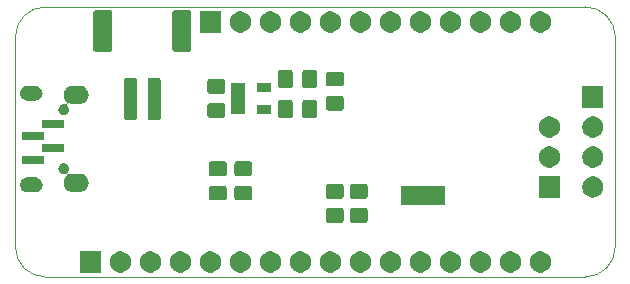
<source format=gbr>
G04 #@! TF.GenerationSoftware,KiCad,Pcbnew,(5.1.5)-2*
G04 #@! TF.CreationDate,2020-08-19T20:36:14+04:00*
G04 #@! TF.ProjectId,stm32f103_feather,73746d33-3266-4313-9033-5f6665617468,rev?*
G04 #@! TF.SameCoordinates,Original*
G04 #@! TF.FileFunction,Soldermask,Bot*
G04 #@! TF.FilePolarity,Negative*
%FSLAX46Y46*%
G04 Gerber Fmt 4.6, Leading zero omitted, Abs format (unit mm)*
G04 Created by KiCad (PCBNEW (5.1.5)-2) date 2020-08-19 20:36:14*
%MOMM*%
%LPD*%
G04 APERTURE LIST*
G04 #@! TA.AperFunction,Profile*
%ADD10C,0.050000*%
G04 #@! TD*
%ADD11C,0.150000*%
G04 APERTURE END LIST*
D10*
X175260000Y-76200000D02*
X129540000Y-76200000D01*
X177800000Y-96520000D02*
X177800000Y-78740000D01*
X129540000Y-99060000D02*
X175260000Y-99060000D01*
X127000000Y-78740000D02*
X127000000Y-96520000D01*
X175260000Y-76200000D02*
G75*
G02X177800000Y-78740000I0J-2540000D01*
G01*
X177800000Y-96520000D02*
G75*
G02X175260000Y-99060000I-2540000J0D01*
G01*
X129540000Y-99060000D02*
G75*
G02X127000000Y-96520000I0J2540000D01*
G01*
X127000000Y-78740000D02*
G75*
G02X129540000Y-76200000I2540000J0D01*
G01*
D11*
G36*
X171563512Y-96893927D02*
G01*
X171712812Y-96923624D01*
X171876784Y-96991544D01*
X172024354Y-97090147D01*
X172149853Y-97215646D01*
X172248456Y-97363216D01*
X172316376Y-97527188D01*
X172351000Y-97701259D01*
X172351000Y-97878741D01*
X172316376Y-98052812D01*
X172248456Y-98216784D01*
X172149853Y-98364354D01*
X172024354Y-98489853D01*
X171876784Y-98588456D01*
X171712812Y-98656376D01*
X171563512Y-98686073D01*
X171538742Y-98691000D01*
X171361258Y-98691000D01*
X171336488Y-98686073D01*
X171187188Y-98656376D01*
X171023216Y-98588456D01*
X170875646Y-98489853D01*
X170750147Y-98364354D01*
X170651544Y-98216784D01*
X170583624Y-98052812D01*
X170549000Y-97878741D01*
X170549000Y-97701259D01*
X170583624Y-97527188D01*
X170651544Y-97363216D01*
X170750147Y-97215646D01*
X170875646Y-97090147D01*
X171023216Y-96991544D01*
X171187188Y-96923624D01*
X171336488Y-96893927D01*
X171361258Y-96889000D01*
X171538742Y-96889000D01*
X171563512Y-96893927D01*
G37*
G36*
X151243512Y-96893927D02*
G01*
X151392812Y-96923624D01*
X151556784Y-96991544D01*
X151704354Y-97090147D01*
X151829853Y-97215646D01*
X151928456Y-97363216D01*
X151996376Y-97527188D01*
X152031000Y-97701259D01*
X152031000Y-97878741D01*
X151996376Y-98052812D01*
X151928456Y-98216784D01*
X151829853Y-98364354D01*
X151704354Y-98489853D01*
X151556784Y-98588456D01*
X151392812Y-98656376D01*
X151243512Y-98686073D01*
X151218742Y-98691000D01*
X151041258Y-98691000D01*
X151016488Y-98686073D01*
X150867188Y-98656376D01*
X150703216Y-98588456D01*
X150555646Y-98489853D01*
X150430147Y-98364354D01*
X150331544Y-98216784D01*
X150263624Y-98052812D01*
X150229000Y-97878741D01*
X150229000Y-97701259D01*
X150263624Y-97527188D01*
X150331544Y-97363216D01*
X150430147Y-97215646D01*
X150555646Y-97090147D01*
X150703216Y-96991544D01*
X150867188Y-96923624D01*
X151016488Y-96893927D01*
X151041258Y-96889000D01*
X151218742Y-96889000D01*
X151243512Y-96893927D01*
G37*
G36*
X134251000Y-98691000D02*
G01*
X132449000Y-98691000D01*
X132449000Y-96889000D01*
X134251000Y-96889000D01*
X134251000Y-98691000D01*
G37*
G36*
X136003512Y-96893927D02*
G01*
X136152812Y-96923624D01*
X136316784Y-96991544D01*
X136464354Y-97090147D01*
X136589853Y-97215646D01*
X136688456Y-97363216D01*
X136756376Y-97527188D01*
X136791000Y-97701259D01*
X136791000Y-97878741D01*
X136756376Y-98052812D01*
X136688456Y-98216784D01*
X136589853Y-98364354D01*
X136464354Y-98489853D01*
X136316784Y-98588456D01*
X136152812Y-98656376D01*
X136003512Y-98686073D01*
X135978742Y-98691000D01*
X135801258Y-98691000D01*
X135776488Y-98686073D01*
X135627188Y-98656376D01*
X135463216Y-98588456D01*
X135315646Y-98489853D01*
X135190147Y-98364354D01*
X135091544Y-98216784D01*
X135023624Y-98052812D01*
X134989000Y-97878741D01*
X134989000Y-97701259D01*
X135023624Y-97527188D01*
X135091544Y-97363216D01*
X135190147Y-97215646D01*
X135315646Y-97090147D01*
X135463216Y-96991544D01*
X135627188Y-96923624D01*
X135776488Y-96893927D01*
X135801258Y-96889000D01*
X135978742Y-96889000D01*
X136003512Y-96893927D01*
G37*
G36*
X138543512Y-96893927D02*
G01*
X138692812Y-96923624D01*
X138856784Y-96991544D01*
X139004354Y-97090147D01*
X139129853Y-97215646D01*
X139228456Y-97363216D01*
X139296376Y-97527188D01*
X139331000Y-97701259D01*
X139331000Y-97878741D01*
X139296376Y-98052812D01*
X139228456Y-98216784D01*
X139129853Y-98364354D01*
X139004354Y-98489853D01*
X138856784Y-98588456D01*
X138692812Y-98656376D01*
X138543512Y-98686073D01*
X138518742Y-98691000D01*
X138341258Y-98691000D01*
X138316488Y-98686073D01*
X138167188Y-98656376D01*
X138003216Y-98588456D01*
X137855646Y-98489853D01*
X137730147Y-98364354D01*
X137631544Y-98216784D01*
X137563624Y-98052812D01*
X137529000Y-97878741D01*
X137529000Y-97701259D01*
X137563624Y-97527188D01*
X137631544Y-97363216D01*
X137730147Y-97215646D01*
X137855646Y-97090147D01*
X138003216Y-96991544D01*
X138167188Y-96923624D01*
X138316488Y-96893927D01*
X138341258Y-96889000D01*
X138518742Y-96889000D01*
X138543512Y-96893927D01*
G37*
G36*
X141083512Y-96893927D02*
G01*
X141232812Y-96923624D01*
X141396784Y-96991544D01*
X141544354Y-97090147D01*
X141669853Y-97215646D01*
X141768456Y-97363216D01*
X141836376Y-97527188D01*
X141871000Y-97701259D01*
X141871000Y-97878741D01*
X141836376Y-98052812D01*
X141768456Y-98216784D01*
X141669853Y-98364354D01*
X141544354Y-98489853D01*
X141396784Y-98588456D01*
X141232812Y-98656376D01*
X141083512Y-98686073D01*
X141058742Y-98691000D01*
X140881258Y-98691000D01*
X140856488Y-98686073D01*
X140707188Y-98656376D01*
X140543216Y-98588456D01*
X140395646Y-98489853D01*
X140270147Y-98364354D01*
X140171544Y-98216784D01*
X140103624Y-98052812D01*
X140069000Y-97878741D01*
X140069000Y-97701259D01*
X140103624Y-97527188D01*
X140171544Y-97363216D01*
X140270147Y-97215646D01*
X140395646Y-97090147D01*
X140543216Y-96991544D01*
X140707188Y-96923624D01*
X140856488Y-96893927D01*
X140881258Y-96889000D01*
X141058742Y-96889000D01*
X141083512Y-96893927D01*
G37*
G36*
X143623512Y-96893927D02*
G01*
X143772812Y-96923624D01*
X143936784Y-96991544D01*
X144084354Y-97090147D01*
X144209853Y-97215646D01*
X144308456Y-97363216D01*
X144376376Y-97527188D01*
X144411000Y-97701259D01*
X144411000Y-97878741D01*
X144376376Y-98052812D01*
X144308456Y-98216784D01*
X144209853Y-98364354D01*
X144084354Y-98489853D01*
X143936784Y-98588456D01*
X143772812Y-98656376D01*
X143623512Y-98686073D01*
X143598742Y-98691000D01*
X143421258Y-98691000D01*
X143396488Y-98686073D01*
X143247188Y-98656376D01*
X143083216Y-98588456D01*
X142935646Y-98489853D01*
X142810147Y-98364354D01*
X142711544Y-98216784D01*
X142643624Y-98052812D01*
X142609000Y-97878741D01*
X142609000Y-97701259D01*
X142643624Y-97527188D01*
X142711544Y-97363216D01*
X142810147Y-97215646D01*
X142935646Y-97090147D01*
X143083216Y-96991544D01*
X143247188Y-96923624D01*
X143396488Y-96893927D01*
X143421258Y-96889000D01*
X143598742Y-96889000D01*
X143623512Y-96893927D01*
G37*
G36*
X146163512Y-96893927D02*
G01*
X146312812Y-96923624D01*
X146476784Y-96991544D01*
X146624354Y-97090147D01*
X146749853Y-97215646D01*
X146848456Y-97363216D01*
X146916376Y-97527188D01*
X146951000Y-97701259D01*
X146951000Y-97878741D01*
X146916376Y-98052812D01*
X146848456Y-98216784D01*
X146749853Y-98364354D01*
X146624354Y-98489853D01*
X146476784Y-98588456D01*
X146312812Y-98656376D01*
X146163512Y-98686073D01*
X146138742Y-98691000D01*
X145961258Y-98691000D01*
X145936488Y-98686073D01*
X145787188Y-98656376D01*
X145623216Y-98588456D01*
X145475646Y-98489853D01*
X145350147Y-98364354D01*
X145251544Y-98216784D01*
X145183624Y-98052812D01*
X145149000Y-97878741D01*
X145149000Y-97701259D01*
X145183624Y-97527188D01*
X145251544Y-97363216D01*
X145350147Y-97215646D01*
X145475646Y-97090147D01*
X145623216Y-96991544D01*
X145787188Y-96923624D01*
X145936488Y-96893927D01*
X145961258Y-96889000D01*
X146138742Y-96889000D01*
X146163512Y-96893927D01*
G37*
G36*
X148703512Y-96893927D02*
G01*
X148852812Y-96923624D01*
X149016784Y-96991544D01*
X149164354Y-97090147D01*
X149289853Y-97215646D01*
X149388456Y-97363216D01*
X149456376Y-97527188D01*
X149491000Y-97701259D01*
X149491000Y-97878741D01*
X149456376Y-98052812D01*
X149388456Y-98216784D01*
X149289853Y-98364354D01*
X149164354Y-98489853D01*
X149016784Y-98588456D01*
X148852812Y-98656376D01*
X148703512Y-98686073D01*
X148678742Y-98691000D01*
X148501258Y-98691000D01*
X148476488Y-98686073D01*
X148327188Y-98656376D01*
X148163216Y-98588456D01*
X148015646Y-98489853D01*
X147890147Y-98364354D01*
X147791544Y-98216784D01*
X147723624Y-98052812D01*
X147689000Y-97878741D01*
X147689000Y-97701259D01*
X147723624Y-97527188D01*
X147791544Y-97363216D01*
X147890147Y-97215646D01*
X148015646Y-97090147D01*
X148163216Y-96991544D01*
X148327188Y-96923624D01*
X148476488Y-96893927D01*
X148501258Y-96889000D01*
X148678742Y-96889000D01*
X148703512Y-96893927D01*
G37*
G36*
X156323512Y-96893927D02*
G01*
X156472812Y-96923624D01*
X156636784Y-96991544D01*
X156784354Y-97090147D01*
X156909853Y-97215646D01*
X157008456Y-97363216D01*
X157076376Y-97527188D01*
X157111000Y-97701259D01*
X157111000Y-97878741D01*
X157076376Y-98052812D01*
X157008456Y-98216784D01*
X156909853Y-98364354D01*
X156784354Y-98489853D01*
X156636784Y-98588456D01*
X156472812Y-98656376D01*
X156323512Y-98686073D01*
X156298742Y-98691000D01*
X156121258Y-98691000D01*
X156096488Y-98686073D01*
X155947188Y-98656376D01*
X155783216Y-98588456D01*
X155635646Y-98489853D01*
X155510147Y-98364354D01*
X155411544Y-98216784D01*
X155343624Y-98052812D01*
X155309000Y-97878741D01*
X155309000Y-97701259D01*
X155343624Y-97527188D01*
X155411544Y-97363216D01*
X155510147Y-97215646D01*
X155635646Y-97090147D01*
X155783216Y-96991544D01*
X155947188Y-96923624D01*
X156096488Y-96893927D01*
X156121258Y-96889000D01*
X156298742Y-96889000D01*
X156323512Y-96893927D01*
G37*
G36*
X158863512Y-96893927D02*
G01*
X159012812Y-96923624D01*
X159176784Y-96991544D01*
X159324354Y-97090147D01*
X159449853Y-97215646D01*
X159548456Y-97363216D01*
X159616376Y-97527188D01*
X159651000Y-97701259D01*
X159651000Y-97878741D01*
X159616376Y-98052812D01*
X159548456Y-98216784D01*
X159449853Y-98364354D01*
X159324354Y-98489853D01*
X159176784Y-98588456D01*
X159012812Y-98656376D01*
X158863512Y-98686073D01*
X158838742Y-98691000D01*
X158661258Y-98691000D01*
X158636488Y-98686073D01*
X158487188Y-98656376D01*
X158323216Y-98588456D01*
X158175646Y-98489853D01*
X158050147Y-98364354D01*
X157951544Y-98216784D01*
X157883624Y-98052812D01*
X157849000Y-97878741D01*
X157849000Y-97701259D01*
X157883624Y-97527188D01*
X157951544Y-97363216D01*
X158050147Y-97215646D01*
X158175646Y-97090147D01*
X158323216Y-96991544D01*
X158487188Y-96923624D01*
X158636488Y-96893927D01*
X158661258Y-96889000D01*
X158838742Y-96889000D01*
X158863512Y-96893927D01*
G37*
G36*
X161403512Y-96893927D02*
G01*
X161552812Y-96923624D01*
X161716784Y-96991544D01*
X161864354Y-97090147D01*
X161989853Y-97215646D01*
X162088456Y-97363216D01*
X162156376Y-97527188D01*
X162191000Y-97701259D01*
X162191000Y-97878741D01*
X162156376Y-98052812D01*
X162088456Y-98216784D01*
X161989853Y-98364354D01*
X161864354Y-98489853D01*
X161716784Y-98588456D01*
X161552812Y-98656376D01*
X161403512Y-98686073D01*
X161378742Y-98691000D01*
X161201258Y-98691000D01*
X161176488Y-98686073D01*
X161027188Y-98656376D01*
X160863216Y-98588456D01*
X160715646Y-98489853D01*
X160590147Y-98364354D01*
X160491544Y-98216784D01*
X160423624Y-98052812D01*
X160389000Y-97878741D01*
X160389000Y-97701259D01*
X160423624Y-97527188D01*
X160491544Y-97363216D01*
X160590147Y-97215646D01*
X160715646Y-97090147D01*
X160863216Y-96991544D01*
X161027188Y-96923624D01*
X161176488Y-96893927D01*
X161201258Y-96889000D01*
X161378742Y-96889000D01*
X161403512Y-96893927D01*
G37*
G36*
X163943512Y-96893927D02*
G01*
X164092812Y-96923624D01*
X164256784Y-96991544D01*
X164404354Y-97090147D01*
X164529853Y-97215646D01*
X164628456Y-97363216D01*
X164696376Y-97527188D01*
X164731000Y-97701259D01*
X164731000Y-97878741D01*
X164696376Y-98052812D01*
X164628456Y-98216784D01*
X164529853Y-98364354D01*
X164404354Y-98489853D01*
X164256784Y-98588456D01*
X164092812Y-98656376D01*
X163943512Y-98686073D01*
X163918742Y-98691000D01*
X163741258Y-98691000D01*
X163716488Y-98686073D01*
X163567188Y-98656376D01*
X163403216Y-98588456D01*
X163255646Y-98489853D01*
X163130147Y-98364354D01*
X163031544Y-98216784D01*
X162963624Y-98052812D01*
X162929000Y-97878741D01*
X162929000Y-97701259D01*
X162963624Y-97527188D01*
X163031544Y-97363216D01*
X163130147Y-97215646D01*
X163255646Y-97090147D01*
X163403216Y-96991544D01*
X163567188Y-96923624D01*
X163716488Y-96893927D01*
X163741258Y-96889000D01*
X163918742Y-96889000D01*
X163943512Y-96893927D01*
G37*
G36*
X166483512Y-96893927D02*
G01*
X166632812Y-96923624D01*
X166796784Y-96991544D01*
X166944354Y-97090147D01*
X167069853Y-97215646D01*
X167168456Y-97363216D01*
X167236376Y-97527188D01*
X167271000Y-97701259D01*
X167271000Y-97878741D01*
X167236376Y-98052812D01*
X167168456Y-98216784D01*
X167069853Y-98364354D01*
X166944354Y-98489853D01*
X166796784Y-98588456D01*
X166632812Y-98656376D01*
X166483512Y-98686073D01*
X166458742Y-98691000D01*
X166281258Y-98691000D01*
X166256488Y-98686073D01*
X166107188Y-98656376D01*
X165943216Y-98588456D01*
X165795646Y-98489853D01*
X165670147Y-98364354D01*
X165571544Y-98216784D01*
X165503624Y-98052812D01*
X165469000Y-97878741D01*
X165469000Y-97701259D01*
X165503624Y-97527188D01*
X165571544Y-97363216D01*
X165670147Y-97215646D01*
X165795646Y-97090147D01*
X165943216Y-96991544D01*
X166107188Y-96923624D01*
X166256488Y-96893927D01*
X166281258Y-96889000D01*
X166458742Y-96889000D01*
X166483512Y-96893927D01*
G37*
G36*
X169023512Y-96893927D02*
G01*
X169172812Y-96923624D01*
X169336784Y-96991544D01*
X169484354Y-97090147D01*
X169609853Y-97215646D01*
X169708456Y-97363216D01*
X169776376Y-97527188D01*
X169811000Y-97701259D01*
X169811000Y-97878741D01*
X169776376Y-98052812D01*
X169708456Y-98216784D01*
X169609853Y-98364354D01*
X169484354Y-98489853D01*
X169336784Y-98588456D01*
X169172812Y-98656376D01*
X169023512Y-98686073D01*
X168998742Y-98691000D01*
X168821258Y-98691000D01*
X168796488Y-98686073D01*
X168647188Y-98656376D01*
X168483216Y-98588456D01*
X168335646Y-98489853D01*
X168210147Y-98364354D01*
X168111544Y-98216784D01*
X168043624Y-98052812D01*
X168009000Y-97878741D01*
X168009000Y-97701259D01*
X168043624Y-97527188D01*
X168111544Y-97363216D01*
X168210147Y-97215646D01*
X168335646Y-97090147D01*
X168483216Y-96991544D01*
X168647188Y-96923624D01*
X168796488Y-96893927D01*
X168821258Y-96889000D01*
X168998742Y-96889000D01*
X169023512Y-96893927D01*
G37*
G36*
X153783512Y-96893927D02*
G01*
X153932812Y-96923624D01*
X154096784Y-96991544D01*
X154244354Y-97090147D01*
X154369853Y-97215646D01*
X154468456Y-97363216D01*
X154536376Y-97527188D01*
X154571000Y-97701259D01*
X154571000Y-97878741D01*
X154536376Y-98052812D01*
X154468456Y-98216784D01*
X154369853Y-98364354D01*
X154244354Y-98489853D01*
X154096784Y-98588456D01*
X153932812Y-98656376D01*
X153783512Y-98686073D01*
X153758742Y-98691000D01*
X153581258Y-98691000D01*
X153556488Y-98686073D01*
X153407188Y-98656376D01*
X153243216Y-98588456D01*
X153095646Y-98489853D01*
X152970147Y-98364354D01*
X152871544Y-98216784D01*
X152803624Y-98052812D01*
X152769000Y-97878741D01*
X152769000Y-97701259D01*
X152803624Y-97527188D01*
X152871544Y-97363216D01*
X152970147Y-97215646D01*
X153095646Y-97090147D01*
X153243216Y-96991544D01*
X153407188Y-96923624D01*
X153556488Y-96893927D01*
X153581258Y-96889000D01*
X153758742Y-96889000D01*
X153783512Y-96893927D01*
G37*
G36*
X154639674Y-93226465D02*
G01*
X154677367Y-93237899D01*
X154712103Y-93256466D01*
X154742548Y-93281452D01*
X154767534Y-93311897D01*
X154786101Y-93346633D01*
X154797535Y-93384326D01*
X154802000Y-93429661D01*
X154802000Y-94266339D01*
X154797535Y-94311674D01*
X154786101Y-94349367D01*
X154767534Y-94384103D01*
X154742548Y-94414548D01*
X154712103Y-94439534D01*
X154677367Y-94458101D01*
X154639674Y-94469535D01*
X154594339Y-94474000D01*
X153507661Y-94474000D01*
X153462326Y-94469535D01*
X153424633Y-94458101D01*
X153389897Y-94439534D01*
X153359452Y-94414548D01*
X153334466Y-94384103D01*
X153315899Y-94349367D01*
X153304465Y-94311674D01*
X153300000Y-94266339D01*
X153300000Y-93429661D01*
X153304465Y-93384326D01*
X153315899Y-93346633D01*
X153334466Y-93311897D01*
X153359452Y-93281452D01*
X153389897Y-93256466D01*
X153424633Y-93237899D01*
X153462326Y-93226465D01*
X153507661Y-93222000D01*
X154594339Y-93222000D01*
X154639674Y-93226465D01*
G37*
G36*
X156671674Y-93226465D02*
G01*
X156709367Y-93237899D01*
X156744103Y-93256466D01*
X156774548Y-93281452D01*
X156799534Y-93311897D01*
X156818101Y-93346633D01*
X156829535Y-93384326D01*
X156834000Y-93429661D01*
X156834000Y-94266339D01*
X156829535Y-94311674D01*
X156818101Y-94349367D01*
X156799534Y-94384103D01*
X156774548Y-94414548D01*
X156744103Y-94439534D01*
X156709367Y-94458101D01*
X156671674Y-94469535D01*
X156626339Y-94474000D01*
X155539661Y-94474000D01*
X155494326Y-94469535D01*
X155456633Y-94458101D01*
X155421897Y-94439534D01*
X155391452Y-94414548D01*
X155366466Y-94384103D01*
X155347899Y-94349367D01*
X155336465Y-94311674D01*
X155332000Y-94266339D01*
X155332000Y-93429661D01*
X155336465Y-93384326D01*
X155347899Y-93346633D01*
X155366466Y-93311897D01*
X155391452Y-93281452D01*
X155421897Y-93256466D01*
X155456633Y-93237899D01*
X155494326Y-93226465D01*
X155539661Y-93222000D01*
X156626339Y-93222000D01*
X156671674Y-93226465D01*
G37*
G36*
X163395000Y-93003000D02*
G01*
X159693000Y-93003000D01*
X159693000Y-91401000D01*
X163395000Y-91401000D01*
X163395000Y-93003000D01*
G37*
G36*
X144733674Y-91335465D02*
G01*
X144771367Y-91346899D01*
X144806103Y-91365466D01*
X144836548Y-91390452D01*
X144861534Y-91420897D01*
X144880101Y-91455633D01*
X144891535Y-91493326D01*
X144896000Y-91538661D01*
X144896000Y-92375339D01*
X144891535Y-92420674D01*
X144880101Y-92458367D01*
X144861534Y-92493103D01*
X144836548Y-92523548D01*
X144806103Y-92548534D01*
X144771367Y-92567101D01*
X144733674Y-92578535D01*
X144688339Y-92583000D01*
X143601661Y-92583000D01*
X143556326Y-92578535D01*
X143518633Y-92567101D01*
X143483897Y-92548534D01*
X143453452Y-92523548D01*
X143428466Y-92493103D01*
X143409899Y-92458367D01*
X143398465Y-92420674D01*
X143394000Y-92375339D01*
X143394000Y-91538661D01*
X143398465Y-91493326D01*
X143409899Y-91455633D01*
X143428466Y-91420897D01*
X143453452Y-91390452D01*
X143483897Y-91365466D01*
X143518633Y-91346899D01*
X143556326Y-91335465D01*
X143601661Y-91331000D01*
X144688339Y-91331000D01*
X144733674Y-91335465D01*
G37*
G36*
X146892674Y-91326465D02*
G01*
X146930367Y-91337899D01*
X146965103Y-91356466D01*
X146995548Y-91381452D01*
X147020534Y-91411897D01*
X147039101Y-91446633D01*
X147050535Y-91484326D01*
X147055000Y-91529661D01*
X147055000Y-92366339D01*
X147050535Y-92411674D01*
X147039101Y-92449367D01*
X147020534Y-92484103D01*
X146995548Y-92514548D01*
X146965103Y-92539534D01*
X146930367Y-92558101D01*
X146892674Y-92569535D01*
X146847339Y-92574000D01*
X145760661Y-92574000D01*
X145715326Y-92569535D01*
X145677633Y-92558101D01*
X145642897Y-92539534D01*
X145612452Y-92514548D01*
X145587466Y-92484103D01*
X145568899Y-92449367D01*
X145557465Y-92411674D01*
X145553000Y-92366339D01*
X145553000Y-91529661D01*
X145557465Y-91484326D01*
X145568899Y-91446633D01*
X145587466Y-91411897D01*
X145612452Y-91381452D01*
X145642897Y-91356466D01*
X145677633Y-91337899D01*
X145715326Y-91326465D01*
X145760661Y-91322000D01*
X146847339Y-91322000D01*
X146892674Y-91326465D01*
G37*
G36*
X154639674Y-91176465D02*
G01*
X154677367Y-91187899D01*
X154712103Y-91206466D01*
X154742548Y-91231452D01*
X154767534Y-91261897D01*
X154786101Y-91296633D01*
X154797535Y-91334326D01*
X154802000Y-91379661D01*
X154802000Y-92216339D01*
X154797535Y-92261674D01*
X154786101Y-92299367D01*
X154767534Y-92334103D01*
X154742548Y-92364548D01*
X154712103Y-92389534D01*
X154677367Y-92408101D01*
X154639674Y-92419535D01*
X154594339Y-92424000D01*
X153507661Y-92424000D01*
X153462326Y-92419535D01*
X153424633Y-92408101D01*
X153389897Y-92389534D01*
X153359452Y-92364548D01*
X153334466Y-92334103D01*
X153315899Y-92299367D01*
X153304465Y-92261674D01*
X153300000Y-92216339D01*
X153300000Y-91379661D01*
X153304465Y-91334326D01*
X153315899Y-91296633D01*
X153334466Y-91261897D01*
X153359452Y-91231452D01*
X153389897Y-91206466D01*
X153424633Y-91187899D01*
X153462326Y-91176465D01*
X153507661Y-91172000D01*
X154594339Y-91172000D01*
X154639674Y-91176465D01*
G37*
G36*
X156671674Y-91176465D02*
G01*
X156709367Y-91187899D01*
X156744103Y-91206466D01*
X156774548Y-91231452D01*
X156799534Y-91261897D01*
X156818101Y-91296633D01*
X156829535Y-91334326D01*
X156834000Y-91379661D01*
X156834000Y-92216339D01*
X156829535Y-92261674D01*
X156818101Y-92299367D01*
X156799534Y-92334103D01*
X156774548Y-92364548D01*
X156744103Y-92389534D01*
X156709367Y-92408101D01*
X156671674Y-92419535D01*
X156626339Y-92424000D01*
X155539661Y-92424000D01*
X155494326Y-92419535D01*
X155456633Y-92408101D01*
X155421897Y-92389534D01*
X155391452Y-92364548D01*
X155366466Y-92334103D01*
X155347899Y-92299367D01*
X155336465Y-92261674D01*
X155332000Y-92216339D01*
X155332000Y-91379661D01*
X155336465Y-91334326D01*
X155347899Y-91296633D01*
X155366466Y-91261897D01*
X155391452Y-91231452D01*
X155421897Y-91206466D01*
X155456633Y-91187899D01*
X155494326Y-91176465D01*
X155539661Y-91172000D01*
X156626339Y-91172000D01*
X156671674Y-91176465D01*
G37*
G36*
X176008512Y-90543927D02*
G01*
X176157812Y-90573624D01*
X176321784Y-90641544D01*
X176469354Y-90740147D01*
X176594853Y-90865646D01*
X176693456Y-91013216D01*
X176761376Y-91177188D01*
X176778225Y-91261897D01*
X176796000Y-91351258D01*
X176796000Y-91528742D01*
X176794913Y-91534208D01*
X176761376Y-91702812D01*
X176693456Y-91866784D01*
X176594853Y-92014354D01*
X176469354Y-92139853D01*
X176321784Y-92238456D01*
X176157812Y-92306376D01*
X176018415Y-92334103D01*
X175983742Y-92341000D01*
X175806258Y-92341000D01*
X175771585Y-92334103D01*
X175632188Y-92306376D01*
X175468216Y-92238456D01*
X175320646Y-92139853D01*
X175195147Y-92014354D01*
X175096544Y-91866784D01*
X175028624Y-91702812D01*
X174995087Y-91534208D01*
X174994000Y-91528742D01*
X174994000Y-91351258D01*
X175011775Y-91261897D01*
X175028624Y-91177188D01*
X175096544Y-91013216D01*
X175195147Y-90865646D01*
X175320646Y-90740147D01*
X175468216Y-90641544D01*
X175632188Y-90573624D01*
X175781488Y-90543927D01*
X175806258Y-90539000D01*
X175983742Y-90539000D01*
X176008512Y-90543927D01*
G37*
G36*
X173113000Y-92341000D02*
G01*
X171311000Y-92341000D01*
X171311000Y-90539000D01*
X173113000Y-90539000D01*
X173113000Y-92341000D01*
G37*
G36*
X131233552Y-89442331D02*
G01*
X131310861Y-89474354D01*
X131315629Y-89476329D01*
X131351167Y-89500075D01*
X131389495Y-89525685D01*
X131452315Y-89588505D01*
X131501672Y-89662373D01*
X131535669Y-89744448D01*
X131553000Y-89831579D01*
X131553000Y-89920421D01*
X131535669Y-90007552D01*
X131501672Y-90089627D01*
X131452315Y-90163495D01*
X131436762Y-90179048D01*
X131421217Y-90197990D01*
X131409666Y-90219601D01*
X131402553Y-90243050D01*
X131400151Y-90267436D01*
X131402553Y-90291822D01*
X131409666Y-90315271D01*
X131421217Y-90336882D01*
X131436762Y-90355824D01*
X131455704Y-90371369D01*
X131477315Y-90382920D01*
X131500764Y-90390033D01*
X131525150Y-90392435D01*
X131549536Y-90390033D01*
X131572985Y-90382920D01*
X131576614Y-90381204D01*
X131578600Y-90380602D01*
X131578601Y-90380601D01*
X131630087Y-90364983D01*
X131724879Y-90336228D01*
X131838882Y-90325000D01*
X132465118Y-90325000D01*
X132579121Y-90336228D01*
X132725402Y-90380602D01*
X132860204Y-90452655D01*
X132860207Y-90452657D01*
X132860208Y-90452658D01*
X132978369Y-90549631D01*
X133053801Y-90641544D01*
X133075345Y-90667796D01*
X133147398Y-90802598D01*
X133191772Y-90948879D01*
X133206754Y-91101000D01*
X133191772Y-91253121D01*
X133147398Y-91399402D01*
X133075345Y-91534204D01*
X133075343Y-91534207D01*
X133075342Y-91534208D01*
X132978369Y-91652369D01*
X132916905Y-91702812D01*
X132860204Y-91749345D01*
X132725402Y-91821398D01*
X132579121Y-91865772D01*
X132465118Y-91877000D01*
X131838882Y-91877000D01*
X131724879Y-91865772D01*
X131578598Y-91821398D01*
X131443796Y-91749345D01*
X131387096Y-91702812D01*
X131325631Y-91652369D01*
X131228658Y-91534208D01*
X131228657Y-91534207D01*
X131228655Y-91534204D01*
X131156602Y-91399402D01*
X131112228Y-91253121D01*
X131097246Y-91101000D01*
X131112228Y-90948879D01*
X131156602Y-90802598D01*
X131228655Y-90667796D01*
X131325633Y-90549628D01*
X131358430Y-90522712D01*
X131375757Y-90505385D01*
X131389370Y-90485011D01*
X131398748Y-90462372D01*
X131403528Y-90438339D01*
X131403528Y-90413835D01*
X131398748Y-90389801D01*
X131389370Y-90367163D01*
X131375756Y-90346788D01*
X131358429Y-90329461D01*
X131338055Y-90315848D01*
X131315416Y-90306470D01*
X131291383Y-90301690D01*
X131266879Y-90301690D01*
X131242845Y-90306470D01*
X131234351Y-90309510D01*
X131146421Y-90327000D01*
X131057579Y-90327000D01*
X130970448Y-90309669D01*
X130888373Y-90275672D01*
X130888372Y-90275672D01*
X130888371Y-90275671D01*
X130814504Y-90226314D01*
X130751686Y-90163496D01*
X130702329Y-90089629D01*
X130702328Y-90089627D01*
X130668331Y-90007552D01*
X130651000Y-89920421D01*
X130651000Y-89831579D01*
X130668331Y-89744448D01*
X130702328Y-89662373D01*
X130751685Y-89588505D01*
X130814505Y-89525685D01*
X130852833Y-89500075D01*
X130888371Y-89476329D01*
X130893139Y-89474354D01*
X130970448Y-89442331D01*
X131057579Y-89425000D01*
X131146421Y-89425000D01*
X131233552Y-89442331D01*
G37*
G36*
X128799715Y-90634058D02*
G01*
X128895753Y-90663191D01*
X128910935Y-90667796D01*
X128917722Y-90669855D01*
X129026468Y-90727981D01*
X129121790Y-90806210D01*
X129200019Y-90901532D01*
X129258145Y-91010278D01*
X129293942Y-91128285D01*
X129306028Y-91251000D01*
X129293942Y-91373715D01*
X129258145Y-91491722D01*
X129200019Y-91600468D01*
X129121790Y-91695790D01*
X129026468Y-91774019D01*
X128917722Y-91832145D01*
X128799715Y-91867942D01*
X128707746Y-91877000D01*
X127996254Y-91877000D01*
X127904285Y-91867942D01*
X127786278Y-91832145D01*
X127677532Y-91774019D01*
X127582210Y-91695790D01*
X127503981Y-91600468D01*
X127445855Y-91491722D01*
X127410058Y-91373715D01*
X127397972Y-91251000D01*
X127410058Y-91128285D01*
X127445855Y-91010278D01*
X127503981Y-90901532D01*
X127582210Y-90806210D01*
X127677532Y-90727981D01*
X127786278Y-90669855D01*
X127793066Y-90667796D01*
X127808247Y-90663191D01*
X127904285Y-90634058D01*
X127996254Y-90625000D01*
X128707746Y-90625000D01*
X128799715Y-90634058D01*
G37*
G36*
X144733674Y-89285465D02*
G01*
X144771367Y-89296899D01*
X144806103Y-89315466D01*
X144836548Y-89340452D01*
X144861534Y-89370897D01*
X144880101Y-89405633D01*
X144891535Y-89443326D01*
X144896000Y-89488661D01*
X144896000Y-90325339D01*
X144891535Y-90370674D01*
X144880101Y-90408367D01*
X144861534Y-90443103D01*
X144836548Y-90473548D01*
X144806103Y-90498534D01*
X144771367Y-90517101D01*
X144733674Y-90528535D01*
X144688339Y-90533000D01*
X143601661Y-90533000D01*
X143556326Y-90528535D01*
X143518633Y-90517101D01*
X143483897Y-90498534D01*
X143453452Y-90473548D01*
X143428466Y-90443103D01*
X143409899Y-90408367D01*
X143398465Y-90370674D01*
X143394000Y-90325339D01*
X143394000Y-89488661D01*
X143398465Y-89443326D01*
X143409899Y-89405633D01*
X143428466Y-89370897D01*
X143453452Y-89340452D01*
X143483897Y-89315466D01*
X143518633Y-89296899D01*
X143556326Y-89285465D01*
X143601661Y-89281000D01*
X144688339Y-89281000D01*
X144733674Y-89285465D01*
G37*
G36*
X146892674Y-89276465D02*
G01*
X146930367Y-89287899D01*
X146965103Y-89306466D01*
X146995548Y-89331452D01*
X147020534Y-89361897D01*
X147039101Y-89396633D01*
X147050535Y-89434326D01*
X147055000Y-89479661D01*
X147055000Y-90316339D01*
X147050535Y-90361674D01*
X147039101Y-90399367D01*
X147020534Y-90434103D01*
X146995548Y-90464548D01*
X146965103Y-90489534D01*
X146930367Y-90508101D01*
X146892674Y-90519535D01*
X146847339Y-90524000D01*
X145760661Y-90524000D01*
X145715326Y-90519535D01*
X145677633Y-90508101D01*
X145642897Y-90489534D01*
X145612452Y-90464548D01*
X145587466Y-90434103D01*
X145568899Y-90399367D01*
X145557465Y-90361674D01*
X145553000Y-90316339D01*
X145553000Y-89479661D01*
X145557465Y-89434326D01*
X145568899Y-89396633D01*
X145587466Y-89361897D01*
X145612452Y-89331452D01*
X145642897Y-89306466D01*
X145677633Y-89287899D01*
X145715326Y-89276465D01*
X145760661Y-89272000D01*
X146847339Y-89272000D01*
X146892674Y-89276465D01*
G37*
G36*
X176008512Y-88003927D02*
G01*
X176157812Y-88033624D01*
X176321784Y-88101544D01*
X176469354Y-88200147D01*
X176594853Y-88325646D01*
X176693456Y-88473216D01*
X176761376Y-88637188D01*
X176796000Y-88811259D01*
X176796000Y-88988741D01*
X176761376Y-89162812D01*
X176693456Y-89326784D01*
X176594853Y-89474354D01*
X176469354Y-89599853D01*
X176321784Y-89698456D01*
X176157812Y-89766376D01*
X176008512Y-89796073D01*
X175983742Y-89801000D01*
X175806258Y-89801000D01*
X175781488Y-89796073D01*
X175632188Y-89766376D01*
X175468216Y-89698456D01*
X175320646Y-89599853D01*
X175195147Y-89474354D01*
X175096544Y-89326784D01*
X175028624Y-89162812D01*
X174994000Y-88988741D01*
X174994000Y-88811259D01*
X175028624Y-88637188D01*
X175096544Y-88473216D01*
X175195147Y-88325646D01*
X175320646Y-88200147D01*
X175468216Y-88101544D01*
X175632188Y-88033624D01*
X175781488Y-88003927D01*
X175806258Y-87999000D01*
X175983742Y-87999000D01*
X176008512Y-88003927D01*
G37*
G36*
X172325512Y-88003927D02*
G01*
X172474812Y-88033624D01*
X172638784Y-88101544D01*
X172786354Y-88200147D01*
X172911853Y-88325646D01*
X173010456Y-88473216D01*
X173078376Y-88637188D01*
X173113000Y-88811259D01*
X173113000Y-88988741D01*
X173078376Y-89162812D01*
X173010456Y-89326784D01*
X172911853Y-89474354D01*
X172786354Y-89599853D01*
X172638784Y-89698456D01*
X172474812Y-89766376D01*
X172325512Y-89796073D01*
X172300742Y-89801000D01*
X172123258Y-89801000D01*
X172098488Y-89796073D01*
X171949188Y-89766376D01*
X171785216Y-89698456D01*
X171637646Y-89599853D01*
X171512147Y-89474354D01*
X171413544Y-89326784D01*
X171345624Y-89162812D01*
X171311000Y-88988741D01*
X171311000Y-88811259D01*
X171345624Y-88637188D01*
X171413544Y-88473216D01*
X171512147Y-88325646D01*
X171637646Y-88200147D01*
X171785216Y-88101544D01*
X171949188Y-88033624D01*
X172098488Y-88003927D01*
X172123258Y-87999000D01*
X172300742Y-87999000D01*
X172325512Y-88003927D01*
G37*
G36*
X129401800Y-89481000D02*
G01*
X127549800Y-89481000D01*
X127549800Y-88779000D01*
X129401800Y-88779000D01*
X129401800Y-89481000D01*
G37*
G36*
X131151800Y-88481000D02*
G01*
X129299800Y-88481000D01*
X129299800Y-87779000D01*
X131151800Y-87779000D01*
X131151800Y-88481000D01*
G37*
G36*
X129401800Y-87481000D02*
G01*
X127549800Y-87481000D01*
X127549800Y-86779000D01*
X129401800Y-86779000D01*
X129401800Y-87481000D01*
G37*
G36*
X176004042Y-85463038D02*
G01*
X176157812Y-85493624D01*
X176321784Y-85561544D01*
X176469354Y-85660147D01*
X176594853Y-85785646D01*
X176693456Y-85933216D01*
X176761376Y-86097188D01*
X176796000Y-86271259D01*
X176796000Y-86448741D01*
X176761376Y-86622812D01*
X176693456Y-86786784D01*
X176594853Y-86934354D01*
X176469354Y-87059853D01*
X176321784Y-87158456D01*
X176157812Y-87226376D01*
X176008512Y-87256073D01*
X175983742Y-87261000D01*
X175806258Y-87261000D01*
X175781488Y-87256073D01*
X175632188Y-87226376D01*
X175468216Y-87158456D01*
X175320646Y-87059853D01*
X175195147Y-86934354D01*
X175096544Y-86786784D01*
X175028624Y-86622812D01*
X174994000Y-86448741D01*
X174994000Y-86271259D01*
X175028624Y-86097188D01*
X175096544Y-85933216D01*
X175195147Y-85785646D01*
X175320646Y-85660147D01*
X175468216Y-85561544D01*
X175632188Y-85493624D01*
X175785958Y-85463038D01*
X175806258Y-85459000D01*
X175983742Y-85459000D01*
X176004042Y-85463038D01*
G37*
G36*
X172321042Y-85463038D02*
G01*
X172474812Y-85493624D01*
X172638784Y-85561544D01*
X172786354Y-85660147D01*
X172911853Y-85785646D01*
X173010456Y-85933216D01*
X173078376Y-86097188D01*
X173113000Y-86271259D01*
X173113000Y-86448741D01*
X173078376Y-86622812D01*
X173010456Y-86786784D01*
X172911853Y-86934354D01*
X172786354Y-87059853D01*
X172638784Y-87158456D01*
X172474812Y-87226376D01*
X172325512Y-87256073D01*
X172300742Y-87261000D01*
X172123258Y-87261000D01*
X172098488Y-87256073D01*
X171949188Y-87226376D01*
X171785216Y-87158456D01*
X171637646Y-87059853D01*
X171512147Y-86934354D01*
X171413544Y-86786784D01*
X171345624Y-86622812D01*
X171311000Y-86448741D01*
X171311000Y-86271259D01*
X171345624Y-86097188D01*
X171413544Y-85933216D01*
X171512147Y-85785646D01*
X171637646Y-85660147D01*
X171785216Y-85561544D01*
X171949188Y-85493624D01*
X172102958Y-85463038D01*
X172123258Y-85459000D01*
X172300742Y-85459000D01*
X172321042Y-85463038D01*
G37*
G36*
X131151800Y-86481000D02*
G01*
X129299800Y-86481000D01*
X129299800Y-85779000D01*
X131151800Y-85779000D01*
X131151800Y-86481000D01*
G37*
G36*
X139126434Y-82185686D02*
G01*
X139166284Y-82197774D01*
X139202999Y-82217399D01*
X139235186Y-82243814D01*
X139261601Y-82276001D01*
X139281226Y-82312716D01*
X139293314Y-82352566D01*
X139298000Y-82400141D01*
X139298000Y-85563859D01*
X139293314Y-85611434D01*
X139281226Y-85651284D01*
X139261601Y-85687999D01*
X139235186Y-85720186D01*
X139202999Y-85746601D01*
X139166284Y-85766226D01*
X139126434Y-85778314D01*
X139078859Y-85783000D01*
X138415141Y-85783000D01*
X138367566Y-85778314D01*
X138327716Y-85766226D01*
X138291001Y-85746601D01*
X138258814Y-85720186D01*
X138232399Y-85687999D01*
X138212774Y-85651284D01*
X138200686Y-85611434D01*
X138196000Y-85563859D01*
X138196000Y-82400141D01*
X138200686Y-82352566D01*
X138212774Y-82312716D01*
X138232399Y-82276001D01*
X138258814Y-82243814D01*
X138291001Y-82217399D01*
X138327716Y-82197774D01*
X138367566Y-82185686D01*
X138415141Y-82181000D01*
X139078859Y-82181000D01*
X139126434Y-82185686D01*
G37*
G36*
X137126434Y-82185686D02*
G01*
X137166284Y-82197774D01*
X137202999Y-82217399D01*
X137235186Y-82243814D01*
X137261601Y-82276001D01*
X137281226Y-82312716D01*
X137293314Y-82352566D01*
X137298000Y-82400141D01*
X137298000Y-85563859D01*
X137293314Y-85611434D01*
X137281226Y-85651284D01*
X137261601Y-85687999D01*
X137235186Y-85720186D01*
X137202999Y-85746601D01*
X137166284Y-85766226D01*
X137126434Y-85778314D01*
X137078859Y-85783000D01*
X136415141Y-85783000D01*
X136367566Y-85778314D01*
X136327716Y-85766226D01*
X136291001Y-85746601D01*
X136258814Y-85720186D01*
X136232399Y-85687999D01*
X136212774Y-85651284D01*
X136200686Y-85611434D01*
X136196000Y-85563859D01*
X136196000Y-82400141D01*
X136200686Y-82352566D01*
X136212774Y-82312716D01*
X136232399Y-82276001D01*
X136258814Y-82243814D01*
X136291001Y-82217399D01*
X136327716Y-82197774D01*
X136367566Y-82185686D01*
X136415141Y-82181000D01*
X137078859Y-82181000D01*
X137126434Y-82185686D01*
G37*
G36*
X152373674Y-84089465D02*
G01*
X152411367Y-84100899D01*
X152446103Y-84119466D01*
X152476548Y-84144452D01*
X152501534Y-84174897D01*
X152520101Y-84209633D01*
X152531535Y-84247326D01*
X152536000Y-84292661D01*
X152536000Y-85379339D01*
X152531535Y-85424674D01*
X152520101Y-85462367D01*
X152501534Y-85497103D01*
X152476548Y-85527548D01*
X152446103Y-85552534D01*
X152411367Y-85571101D01*
X152373674Y-85582535D01*
X152328339Y-85587000D01*
X151491661Y-85587000D01*
X151446326Y-85582535D01*
X151408633Y-85571101D01*
X151373897Y-85552534D01*
X151343452Y-85527548D01*
X151318466Y-85497103D01*
X151299899Y-85462367D01*
X151288465Y-85424674D01*
X151284000Y-85379339D01*
X151284000Y-84292661D01*
X151288465Y-84247326D01*
X151299899Y-84209633D01*
X151318466Y-84174897D01*
X151343452Y-84144452D01*
X151373897Y-84119466D01*
X151408633Y-84100899D01*
X151446326Y-84089465D01*
X151491661Y-84085000D01*
X152328339Y-84085000D01*
X152373674Y-84089465D01*
G37*
G36*
X150323674Y-84089465D02*
G01*
X150361367Y-84100899D01*
X150396103Y-84119466D01*
X150426548Y-84144452D01*
X150451534Y-84174897D01*
X150470101Y-84209633D01*
X150481535Y-84247326D01*
X150486000Y-84292661D01*
X150486000Y-85379339D01*
X150481535Y-85424674D01*
X150470101Y-85462367D01*
X150451534Y-85497103D01*
X150426548Y-85527548D01*
X150396103Y-85552534D01*
X150361367Y-85571101D01*
X150323674Y-85582535D01*
X150278339Y-85587000D01*
X149441661Y-85587000D01*
X149396326Y-85582535D01*
X149358633Y-85571101D01*
X149323897Y-85552534D01*
X149293452Y-85527548D01*
X149268466Y-85497103D01*
X149249899Y-85462367D01*
X149238465Y-85424674D01*
X149234000Y-85379339D01*
X149234000Y-84292661D01*
X149238465Y-84247326D01*
X149249899Y-84209633D01*
X149268466Y-84174897D01*
X149293452Y-84144452D01*
X149323897Y-84119466D01*
X149358633Y-84100899D01*
X149396326Y-84089465D01*
X149441661Y-84085000D01*
X150278339Y-84085000D01*
X150323674Y-84089465D01*
G37*
G36*
X144606674Y-84336465D02*
G01*
X144644367Y-84347899D01*
X144679103Y-84366466D01*
X144709548Y-84391452D01*
X144734534Y-84421897D01*
X144753101Y-84456633D01*
X144764535Y-84494326D01*
X144769000Y-84539661D01*
X144769000Y-85376339D01*
X144764535Y-85421674D01*
X144753101Y-85459367D01*
X144734534Y-85494103D01*
X144709548Y-85524548D01*
X144679103Y-85549534D01*
X144644367Y-85568101D01*
X144606674Y-85579535D01*
X144561339Y-85584000D01*
X143474661Y-85584000D01*
X143429326Y-85579535D01*
X143391633Y-85568101D01*
X143356897Y-85549534D01*
X143326452Y-85524548D01*
X143301466Y-85494103D01*
X143282899Y-85459367D01*
X143271465Y-85421674D01*
X143267000Y-85376339D01*
X143267000Y-84539661D01*
X143271465Y-84494326D01*
X143282899Y-84456633D01*
X143301466Y-84421897D01*
X143326452Y-84391452D01*
X143356897Y-84366466D01*
X143391633Y-84347899D01*
X143429326Y-84336465D01*
X143474661Y-84332000D01*
X144561339Y-84332000D01*
X144606674Y-84336465D01*
G37*
G36*
X132579121Y-82886228D02*
G01*
X132725402Y-82930602D01*
X132860204Y-83002655D01*
X132860207Y-83002657D01*
X132860208Y-83002658D01*
X132978369Y-83099631D01*
X133020963Y-83151531D01*
X133075345Y-83217796D01*
X133147398Y-83352598D01*
X133191772Y-83498879D01*
X133206754Y-83651000D01*
X133191772Y-83803121D01*
X133147398Y-83949402D01*
X133075345Y-84084204D01*
X133075343Y-84084207D01*
X133075342Y-84084208D01*
X132978369Y-84202369D01*
X132868349Y-84292661D01*
X132860204Y-84299345D01*
X132725402Y-84371398D01*
X132579121Y-84415772D01*
X132465118Y-84427000D01*
X131838882Y-84427000D01*
X131724879Y-84415772D01*
X131572664Y-84369598D01*
X131561439Y-84364948D01*
X131537405Y-84360167D01*
X131512901Y-84360167D01*
X131488868Y-84364946D01*
X131466229Y-84374323D01*
X131445854Y-84387936D01*
X131428527Y-84405263D01*
X131414912Y-84425637D01*
X131405534Y-84448275D01*
X131400753Y-84472309D01*
X131400753Y-84496813D01*
X131405532Y-84520846D01*
X131414909Y-84543485D01*
X131428522Y-84563860D01*
X131436762Y-84572952D01*
X131452315Y-84588505D01*
X131501672Y-84662373D01*
X131535669Y-84744448D01*
X131553000Y-84831579D01*
X131553000Y-84920421D01*
X131535669Y-85007552D01*
X131501672Y-85089627D01*
X131501671Y-85089629D01*
X131452314Y-85163496D01*
X131389496Y-85226314D01*
X131315629Y-85275671D01*
X131315628Y-85275672D01*
X131315627Y-85275672D01*
X131233552Y-85309669D01*
X131146421Y-85327000D01*
X131057579Y-85327000D01*
X130970448Y-85309669D01*
X130888373Y-85275672D01*
X130888372Y-85275672D01*
X130888371Y-85275671D01*
X130814504Y-85226314D01*
X130751686Y-85163496D01*
X130702329Y-85089629D01*
X130702328Y-85089627D01*
X130668331Y-85007552D01*
X130651000Y-84920421D01*
X130651000Y-84831579D01*
X130668331Y-84744448D01*
X130702328Y-84662373D01*
X130751685Y-84588505D01*
X130814505Y-84525685D01*
X130861437Y-84494326D01*
X130888371Y-84476329D01*
X130898076Y-84472309D01*
X130970448Y-84442331D01*
X131057579Y-84425000D01*
X131146421Y-84425000D01*
X131235946Y-84442807D01*
X131254743Y-84448510D01*
X131279129Y-84450912D01*
X131303515Y-84448511D01*
X131326964Y-84441398D01*
X131348575Y-84429847D01*
X131367517Y-84414302D01*
X131383063Y-84395361D01*
X131394614Y-84373750D01*
X131401728Y-84350301D01*
X131404130Y-84325915D01*
X131401729Y-84301529D01*
X131394616Y-84278080D01*
X131383065Y-84256469D01*
X131367520Y-84237527D01*
X131358430Y-84229288D01*
X131325633Y-84202372D01*
X131233600Y-84090230D01*
X131228658Y-84084208D01*
X131228657Y-84084207D01*
X131228655Y-84084204D01*
X131156602Y-83949402D01*
X131112228Y-83803121D01*
X131097246Y-83651000D01*
X131112228Y-83498879D01*
X131156602Y-83352598D01*
X131228655Y-83217796D01*
X131283038Y-83151531D01*
X131325631Y-83099631D01*
X131443792Y-83002658D01*
X131443793Y-83002657D01*
X131443796Y-83002655D01*
X131578598Y-82930602D01*
X131724879Y-82886228D01*
X131838882Y-82875000D01*
X132465118Y-82875000D01*
X132579121Y-82886228D01*
G37*
G36*
X148620000Y-85273000D02*
G01*
X147458000Y-85273000D01*
X147458000Y-84521000D01*
X148620000Y-84521000D01*
X148620000Y-85273000D01*
G37*
G36*
X146420000Y-85273000D02*
G01*
X145258000Y-85273000D01*
X145258000Y-82621000D01*
X146420000Y-82621000D01*
X146420000Y-85273000D01*
G37*
G36*
X154639674Y-83724465D02*
G01*
X154677367Y-83735899D01*
X154712103Y-83754466D01*
X154742548Y-83779452D01*
X154767534Y-83809897D01*
X154786101Y-83844633D01*
X154797535Y-83882326D01*
X154802000Y-83927661D01*
X154802000Y-84764339D01*
X154797535Y-84809674D01*
X154786101Y-84847367D01*
X154767534Y-84882103D01*
X154742548Y-84912548D01*
X154712103Y-84937534D01*
X154677367Y-84956101D01*
X154639674Y-84967535D01*
X154594339Y-84972000D01*
X153507661Y-84972000D01*
X153462326Y-84967535D01*
X153424633Y-84956101D01*
X153389897Y-84937534D01*
X153359452Y-84912548D01*
X153334466Y-84882103D01*
X153315899Y-84847367D01*
X153304465Y-84809674D01*
X153300000Y-84764339D01*
X153300000Y-83927661D01*
X153304465Y-83882326D01*
X153315899Y-83844633D01*
X153334466Y-83809897D01*
X153359452Y-83779452D01*
X153389897Y-83754466D01*
X153424633Y-83735899D01*
X153462326Y-83724465D01*
X153507661Y-83720000D01*
X154594339Y-83720000D01*
X154639674Y-83724465D01*
G37*
G36*
X176796000Y-84721000D02*
G01*
X174994000Y-84721000D01*
X174994000Y-82919000D01*
X176796000Y-82919000D01*
X176796000Y-84721000D01*
G37*
G36*
X128799715Y-82884058D02*
G01*
X128872381Y-82906101D01*
X128914904Y-82919000D01*
X128917722Y-82919855D01*
X129026468Y-82977981D01*
X129121790Y-83056210D01*
X129200019Y-83151532D01*
X129258145Y-83260278D01*
X129293942Y-83378285D01*
X129306028Y-83501000D01*
X129293942Y-83623715D01*
X129258145Y-83741722D01*
X129200019Y-83850468D01*
X129121790Y-83945790D01*
X129026468Y-84024019D01*
X128917722Y-84082145D01*
X128917719Y-84082146D01*
X128910921Y-84084208D01*
X128799715Y-84117942D01*
X128707746Y-84127000D01*
X127996254Y-84127000D01*
X127904285Y-84117942D01*
X127793079Y-84084208D01*
X127786281Y-84082146D01*
X127786278Y-84082145D01*
X127677532Y-84024019D01*
X127582210Y-83945790D01*
X127503981Y-83850468D01*
X127445855Y-83741722D01*
X127410058Y-83623715D01*
X127397972Y-83501000D01*
X127410058Y-83378285D01*
X127445855Y-83260278D01*
X127503981Y-83151532D01*
X127582210Y-83056210D01*
X127677532Y-82977981D01*
X127786278Y-82919855D01*
X127789097Y-82919000D01*
X127831619Y-82906101D01*
X127904285Y-82884058D01*
X127996254Y-82875000D01*
X128707746Y-82875000D01*
X128799715Y-82884058D01*
G37*
G36*
X144606674Y-82286465D02*
G01*
X144644367Y-82297899D01*
X144679103Y-82316466D01*
X144709548Y-82341452D01*
X144734534Y-82371897D01*
X144753101Y-82406633D01*
X144764535Y-82444326D01*
X144769000Y-82489661D01*
X144769000Y-83326339D01*
X144764535Y-83371674D01*
X144753101Y-83409367D01*
X144734534Y-83444103D01*
X144709548Y-83474548D01*
X144679103Y-83499534D01*
X144644367Y-83518101D01*
X144606674Y-83529535D01*
X144561339Y-83534000D01*
X143474661Y-83534000D01*
X143429326Y-83529535D01*
X143391633Y-83518101D01*
X143356897Y-83499534D01*
X143326452Y-83474548D01*
X143301466Y-83444103D01*
X143282899Y-83409367D01*
X143271465Y-83371674D01*
X143267000Y-83326339D01*
X143267000Y-82489661D01*
X143271465Y-82444326D01*
X143282899Y-82406633D01*
X143301466Y-82371897D01*
X143326452Y-82341452D01*
X143356897Y-82316466D01*
X143391633Y-82297899D01*
X143429326Y-82286465D01*
X143474661Y-82282000D01*
X144561339Y-82282000D01*
X144606674Y-82286465D01*
G37*
G36*
X148620000Y-83373000D02*
G01*
X147458000Y-83373000D01*
X147458000Y-82621000D01*
X148620000Y-82621000D01*
X148620000Y-83373000D01*
G37*
G36*
X152373674Y-81549465D02*
G01*
X152411367Y-81560899D01*
X152446103Y-81579466D01*
X152476548Y-81604452D01*
X152501534Y-81634897D01*
X152520101Y-81669633D01*
X152531535Y-81707326D01*
X152536000Y-81752661D01*
X152536000Y-82839339D01*
X152531535Y-82884674D01*
X152520101Y-82922367D01*
X152501534Y-82957103D01*
X152476548Y-82987548D01*
X152446103Y-83012534D01*
X152411367Y-83031101D01*
X152373674Y-83042535D01*
X152328339Y-83047000D01*
X151491661Y-83047000D01*
X151446326Y-83042535D01*
X151408633Y-83031101D01*
X151373897Y-83012534D01*
X151343452Y-82987548D01*
X151318466Y-82957103D01*
X151299899Y-82922367D01*
X151288465Y-82884674D01*
X151284000Y-82839339D01*
X151284000Y-81752661D01*
X151288465Y-81707326D01*
X151299899Y-81669633D01*
X151318466Y-81634897D01*
X151343452Y-81604452D01*
X151373897Y-81579466D01*
X151408633Y-81560899D01*
X151446326Y-81549465D01*
X151491661Y-81545000D01*
X152328339Y-81545000D01*
X152373674Y-81549465D01*
G37*
G36*
X150323674Y-81549465D02*
G01*
X150361367Y-81560899D01*
X150396103Y-81579466D01*
X150426548Y-81604452D01*
X150451534Y-81634897D01*
X150470101Y-81669633D01*
X150481535Y-81707326D01*
X150486000Y-81752661D01*
X150486000Y-82839339D01*
X150481535Y-82884674D01*
X150470101Y-82922367D01*
X150451534Y-82957103D01*
X150426548Y-82987548D01*
X150396103Y-83012534D01*
X150361367Y-83031101D01*
X150323674Y-83042535D01*
X150278339Y-83047000D01*
X149441661Y-83047000D01*
X149396326Y-83042535D01*
X149358633Y-83031101D01*
X149323897Y-83012534D01*
X149293452Y-82987548D01*
X149268466Y-82957103D01*
X149249899Y-82922367D01*
X149238465Y-82884674D01*
X149234000Y-82839339D01*
X149234000Y-81752661D01*
X149238465Y-81707326D01*
X149249899Y-81669633D01*
X149268466Y-81634897D01*
X149293452Y-81604452D01*
X149323897Y-81579466D01*
X149358633Y-81560899D01*
X149396326Y-81549465D01*
X149441661Y-81545000D01*
X150278339Y-81545000D01*
X150323674Y-81549465D01*
G37*
G36*
X154639674Y-81674465D02*
G01*
X154677367Y-81685899D01*
X154712103Y-81704466D01*
X154742548Y-81729452D01*
X154767534Y-81759897D01*
X154786101Y-81794633D01*
X154797535Y-81832326D01*
X154802000Y-81877661D01*
X154802000Y-82714339D01*
X154797535Y-82759674D01*
X154786101Y-82797367D01*
X154767534Y-82832103D01*
X154742548Y-82862548D01*
X154712103Y-82887534D01*
X154677367Y-82906101D01*
X154639674Y-82917535D01*
X154594339Y-82922000D01*
X153507661Y-82922000D01*
X153462326Y-82917535D01*
X153424633Y-82906101D01*
X153389897Y-82887534D01*
X153359452Y-82862548D01*
X153334466Y-82832103D01*
X153315899Y-82797367D01*
X153304465Y-82759674D01*
X153300000Y-82714339D01*
X153300000Y-81877661D01*
X153304465Y-81832326D01*
X153315899Y-81794633D01*
X153334466Y-81759897D01*
X153359452Y-81729452D01*
X153389897Y-81704466D01*
X153424633Y-81685899D01*
X153462326Y-81674465D01*
X153507661Y-81670000D01*
X154594339Y-81670000D01*
X154639674Y-81674465D01*
G37*
G36*
X141750048Y-76485122D02*
G01*
X141784387Y-76495539D01*
X141816036Y-76512456D01*
X141843778Y-76535222D01*
X141866544Y-76562964D01*
X141883461Y-76594613D01*
X141893878Y-76628952D01*
X141898000Y-76670807D01*
X141898000Y-79793193D01*
X141893878Y-79835048D01*
X141883461Y-79869387D01*
X141866544Y-79901036D01*
X141843778Y-79928778D01*
X141816036Y-79951544D01*
X141784387Y-79968461D01*
X141750048Y-79978878D01*
X141708193Y-79983000D01*
X140485807Y-79983000D01*
X140443952Y-79978878D01*
X140409613Y-79968461D01*
X140377964Y-79951544D01*
X140350222Y-79928778D01*
X140327456Y-79901036D01*
X140310539Y-79869387D01*
X140300122Y-79835048D01*
X140296000Y-79793193D01*
X140296000Y-76670807D01*
X140300122Y-76628952D01*
X140310539Y-76594613D01*
X140327456Y-76562964D01*
X140350222Y-76535222D01*
X140377964Y-76512456D01*
X140409613Y-76495539D01*
X140443952Y-76485122D01*
X140485807Y-76481000D01*
X141708193Y-76481000D01*
X141750048Y-76485122D01*
G37*
G36*
X135050048Y-76485122D02*
G01*
X135084387Y-76495539D01*
X135116036Y-76512456D01*
X135143778Y-76535222D01*
X135166544Y-76562964D01*
X135183461Y-76594613D01*
X135193878Y-76628952D01*
X135198000Y-76670807D01*
X135198000Y-79793193D01*
X135193878Y-79835048D01*
X135183461Y-79869387D01*
X135166544Y-79901036D01*
X135143778Y-79928778D01*
X135116036Y-79951544D01*
X135084387Y-79968461D01*
X135050048Y-79978878D01*
X135008193Y-79983000D01*
X133785807Y-79983000D01*
X133743952Y-79978878D01*
X133709613Y-79968461D01*
X133677964Y-79951544D01*
X133650222Y-79928778D01*
X133627456Y-79901036D01*
X133610539Y-79869387D01*
X133600122Y-79835048D01*
X133596000Y-79793193D01*
X133596000Y-76670807D01*
X133600122Y-76628952D01*
X133610539Y-76594613D01*
X133627456Y-76562964D01*
X133650222Y-76535222D01*
X133677964Y-76512456D01*
X133709613Y-76495539D01*
X133743952Y-76485122D01*
X133785807Y-76481000D01*
X135008193Y-76481000D01*
X135050048Y-76485122D01*
G37*
G36*
X161403512Y-76573927D02*
G01*
X161552812Y-76603624D01*
X161716784Y-76671544D01*
X161864354Y-76770147D01*
X161989853Y-76895646D01*
X162088456Y-77043216D01*
X162156376Y-77207188D01*
X162191000Y-77381259D01*
X162191000Y-77558741D01*
X162156376Y-77732812D01*
X162088456Y-77896784D01*
X161989853Y-78044354D01*
X161864354Y-78169853D01*
X161716784Y-78268456D01*
X161552812Y-78336376D01*
X161403512Y-78366073D01*
X161378742Y-78371000D01*
X161201258Y-78371000D01*
X161176488Y-78366073D01*
X161027188Y-78336376D01*
X160863216Y-78268456D01*
X160715646Y-78169853D01*
X160590147Y-78044354D01*
X160491544Y-77896784D01*
X160423624Y-77732812D01*
X160389000Y-77558741D01*
X160389000Y-77381259D01*
X160423624Y-77207188D01*
X160491544Y-77043216D01*
X160590147Y-76895646D01*
X160715646Y-76770147D01*
X160863216Y-76671544D01*
X161027188Y-76603624D01*
X161176488Y-76573927D01*
X161201258Y-76569000D01*
X161378742Y-76569000D01*
X161403512Y-76573927D01*
G37*
G36*
X166483512Y-76573927D02*
G01*
X166632812Y-76603624D01*
X166796784Y-76671544D01*
X166944354Y-76770147D01*
X167069853Y-76895646D01*
X167168456Y-77043216D01*
X167236376Y-77207188D01*
X167271000Y-77381259D01*
X167271000Y-77558741D01*
X167236376Y-77732812D01*
X167168456Y-77896784D01*
X167069853Y-78044354D01*
X166944354Y-78169853D01*
X166796784Y-78268456D01*
X166632812Y-78336376D01*
X166483512Y-78366073D01*
X166458742Y-78371000D01*
X166281258Y-78371000D01*
X166256488Y-78366073D01*
X166107188Y-78336376D01*
X165943216Y-78268456D01*
X165795646Y-78169853D01*
X165670147Y-78044354D01*
X165571544Y-77896784D01*
X165503624Y-77732812D01*
X165469000Y-77558741D01*
X165469000Y-77381259D01*
X165503624Y-77207188D01*
X165571544Y-77043216D01*
X165670147Y-76895646D01*
X165795646Y-76770147D01*
X165943216Y-76671544D01*
X166107188Y-76603624D01*
X166256488Y-76573927D01*
X166281258Y-76569000D01*
X166458742Y-76569000D01*
X166483512Y-76573927D01*
G37*
G36*
X169023512Y-76573927D02*
G01*
X169172812Y-76603624D01*
X169336784Y-76671544D01*
X169484354Y-76770147D01*
X169609853Y-76895646D01*
X169708456Y-77043216D01*
X169776376Y-77207188D01*
X169811000Y-77381259D01*
X169811000Y-77558741D01*
X169776376Y-77732812D01*
X169708456Y-77896784D01*
X169609853Y-78044354D01*
X169484354Y-78169853D01*
X169336784Y-78268456D01*
X169172812Y-78336376D01*
X169023512Y-78366073D01*
X168998742Y-78371000D01*
X168821258Y-78371000D01*
X168796488Y-78366073D01*
X168647188Y-78336376D01*
X168483216Y-78268456D01*
X168335646Y-78169853D01*
X168210147Y-78044354D01*
X168111544Y-77896784D01*
X168043624Y-77732812D01*
X168009000Y-77558741D01*
X168009000Y-77381259D01*
X168043624Y-77207188D01*
X168111544Y-77043216D01*
X168210147Y-76895646D01*
X168335646Y-76770147D01*
X168483216Y-76671544D01*
X168647188Y-76603624D01*
X168796488Y-76573927D01*
X168821258Y-76569000D01*
X168998742Y-76569000D01*
X169023512Y-76573927D01*
G37*
G36*
X158863512Y-76573927D02*
G01*
X159012812Y-76603624D01*
X159176784Y-76671544D01*
X159324354Y-76770147D01*
X159449853Y-76895646D01*
X159548456Y-77043216D01*
X159616376Y-77207188D01*
X159651000Y-77381259D01*
X159651000Y-77558741D01*
X159616376Y-77732812D01*
X159548456Y-77896784D01*
X159449853Y-78044354D01*
X159324354Y-78169853D01*
X159176784Y-78268456D01*
X159012812Y-78336376D01*
X158863512Y-78366073D01*
X158838742Y-78371000D01*
X158661258Y-78371000D01*
X158636488Y-78366073D01*
X158487188Y-78336376D01*
X158323216Y-78268456D01*
X158175646Y-78169853D01*
X158050147Y-78044354D01*
X157951544Y-77896784D01*
X157883624Y-77732812D01*
X157849000Y-77558741D01*
X157849000Y-77381259D01*
X157883624Y-77207188D01*
X157951544Y-77043216D01*
X158050147Y-76895646D01*
X158175646Y-76770147D01*
X158323216Y-76671544D01*
X158487188Y-76603624D01*
X158636488Y-76573927D01*
X158661258Y-76569000D01*
X158838742Y-76569000D01*
X158863512Y-76573927D01*
G37*
G36*
X156323512Y-76573927D02*
G01*
X156472812Y-76603624D01*
X156636784Y-76671544D01*
X156784354Y-76770147D01*
X156909853Y-76895646D01*
X157008456Y-77043216D01*
X157076376Y-77207188D01*
X157111000Y-77381259D01*
X157111000Y-77558741D01*
X157076376Y-77732812D01*
X157008456Y-77896784D01*
X156909853Y-78044354D01*
X156784354Y-78169853D01*
X156636784Y-78268456D01*
X156472812Y-78336376D01*
X156323512Y-78366073D01*
X156298742Y-78371000D01*
X156121258Y-78371000D01*
X156096488Y-78366073D01*
X155947188Y-78336376D01*
X155783216Y-78268456D01*
X155635646Y-78169853D01*
X155510147Y-78044354D01*
X155411544Y-77896784D01*
X155343624Y-77732812D01*
X155309000Y-77558741D01*
X155309000Y-77381259D01*
X155343624Y-77207188D01*
X155411544Y-77043216D01*
X155510147Y-76895646D01*
X155635646Y-76770147D01*
X155783216Y-76671544D01*
X155947188Y-76603624D01*
X156096488Y-76573927D01*
X156121258Y-76569000D01*
X156298742Y-76569000D01*
X156323512Y-76573927D01*
G37*
G36*
X153783512Y-76573927D02*
G01*
X153932812Y-76603624D01*
X154096784Y-76671544D01*
X154244354Y-76770147D01*
X154369853Y-76895646D01*
X154468456Y-77043216D01*
X154536376Y-77207188D01*
X154571000Y-77381259D01*
X154571000Y-77558741D01*
X154536376Y-77732812D01*
X154468456Y-77896784D01*
X154369853Y-78044354D01*
X154244354Y-78169853D01*
X154096784Y-78268456D01*
X153932812Y-78336376D01*
X153783512Y-78366073D01*
X153758742Y-78371000D01*
X153581258Y-78371000D01*
X153556488Y-78366073D01*
X153407188Y-78336376D01*
X153243216Y-78268456D01*
X153095646Y-78169853D01*
X152970147Y-78044354D01*
X152871544Y-77896784D01*
X152803624Y-77732812D01*
X152769000Y-77558741D01*
X152769000Y-77381259D01*
X152803624Y-77207188D01*
X152871544Y-77043216D01*
X152970147Y-76895646D01*
X153095646Y-76770147D01*
X153243216Y-76671544D01*
X153407188Y-76603624D01*
X153556488Y-76573927D01*
X153581258Y-76569000D01*
X153758742Y-76569000D01*
X153783512Y-76573927D01*
G37*
G36*
X151243512Y-76573927D02*
G01*
X151392812Y-76603624D01*
X151556784Y-76671544D01*
X151704354Y-76770147D01*
X151829853Y-76895646D01*
X151928456Y-77043216D01*
X151996376Y-77207188D01*
X152031000Y-77381259D01*
X152031000Y-77558741D01*
X151996376Y-77732812D01*
X151928456Y-77896784D01*
X151829853Y-78044354D01*
X151704354Y-78169853D01*
X151556784Y-78268456D01*
X151392812Y-78336376D01*
X151243512Y-78366073D01*
X151218742Y-78371000D01*
X151041258Y-78371000D01*
X151016488Y-78366073D01*
X150867188Y-78336376D01*
X150703216Y-78268456D01*
X150555646Y-78169853D01*
X150430147Y-78044354D01*
X150331544Y-77896784D01*
X150263624Y-77732812D01*
X150229000Y-77558741D01*
X150229000Y-77381259D01*
X150263624Y-77207188D01*
X150331544Y-77043216D01*
X150430147Y-76895646D01*
X150555646Y-76770147D01*
X150703216Y-76671544D01*
X150867188Y-76603624D01*
X151016488Y-76573927D01*
X151041258Y-76569000D01*
X151218742Y-76569000D01*
X151243512Y-76573927D01*
G37*
G36*
X148703512Y-76573927D02*
G01*
X148852812Y-76603624D01*
X149016784Y-76671544D01*
X149164354Y-76770147D01*
X149289853Y-76895646D01*
X149388456Y-77043216D01*
X149456376Y-77207188D01*
X149491000Y-77381259D01*
X149491000Y-77558741D01*
X149456376Y-77732812D01*
X149388456Y-77896784D01*
X149289853Y-78044354D01*
X149164354Y-78169853D01*
X149016784Y-78268456D01*
X148852812Y-78336376D01*
X148703512Y-78366073D01*
X148678742Y-78371000D01*
X148501258Y-78371000D01*
X148476488Y-78366073D01*
X148327188Y-78336376D01*
X148163216Y-78268456D01*
X148015646Y-78169853D01*
X147890147Y-78044354D01*
X147791544Y-77896784D01*
X147723624Y-77732812D01*
X147689000Y-77558741D01*
X147689000Y-77381259D01*
X147723624Y-77207188D01*
X147791544Y-77043216D01*
X147890147Y-76895646D01*
X148015646Y-76770147D01*
X148163216Y-76671544D01*
X148327188Y-76603624D01*
X148476488Y-76573927D01*
X148501258Y-76569000D01*
X148678742Y-76569000D01*
X148703512Y-76573927D01*
G37*
G36*
X144411000Y-78371000D02*
G01*
X142609000Y-78371000D01*
X142609000Y-76569000D01*
X144411000Y-76569000D01*
X144411000Y-78371000D01*
G37*
G36*
X163943512Y-76573927D02*
G01*
X164092812Y-76603624D01*
X164256784Y-76671544D01*
X164404354Y-76770147D01*
X164529853Y-76895646D01*
X164628456Y-77043216D01*
X164696376Y-77207188D01*
X164731000Y-77381259D01*
X164731000Y-77558741D01*
X164696376Y-77732812D01*
X164628456Y-77896784D01*
X164529853Y-78044354D01*
X164404354Y-78169853D01*
X164256784Y-78268456D01*
X164092812Y-78336376D01*
X163943512Y-78366073D01*
X163918742Y-78371000D01*
X163741258Y-78371000D01*
X163716488Y-78366073D01*
X163567188Y-78336376D01*
X163403216Y-78268456D01*
X163255646Y-78169853D01*
X163130147Y-78044354D01*
X163031544Y-77896784D01*
X162963624Y-77732812D01*
X162929000Y-77558741D01*
X162929000Y-77381259D01*
X162963624Y-77207188D01*
X163031544Y-77043216D01*
X163130147Y-76895646D01*
X163255646Y-76770147D01*
X163403216Y-76671544D01*
X163567188Y-76603624D01*
X163716488Y-76573927D01*
X163741258Y-76569000D01*
X163918742Y-76569000D01*
X163943512Y-76573927D01*
G37*
G36*
X171563512Y-76573927D02*
G01*
X171712812Y-76603624D01*
X171876784Y-76671544D01*
X172024354Y-76770147D01*
X172149853Y-76895646D01*
X172248456Y-77043216D01*
X172316376Y-77207188D01*
X172351000Y-77381259D01*
X172351000Y-77558741D01*
X172316376Y-77732812D01*
X172248456Y-77896784D01*
X172149853Y-78044354D01*
X172024354Y-78169853D01*
X171876784Y-78268456D01*
X171712812Y-78336376D01*
X171563512Y-78366073D01*
X171538742Y-78371000D01*
X171361258Y-78371000D01*
X171336488Y-78366073D01*
X171187188Y-78336376D01*
X171023216Y-78268456D01*
X170875646Y-78169853D01*
X170750147Y-78044354D01*
X170651544Y-77896784D01*
X170583624Y-77732812D01*
X170549000Y-77558741D01*
X170549000Y-77381259D01*
X170583624Y-77207188D01*
X170651544Y-77043216D01*
X170750147Y-76895646D01*
X170875646Y-76770147D01*
X171023216Y-76671544D01*
X171187188Y-76603624D01*
X171336488Y-76573927D01*
X171361258Y-76569000D01*
X171538742Y-76569000D01*
X171563512Y-76573927D01*
G37*
G36*
X146163512Y-76573927D02*
G01*
X146312812Y-76603624D01*
X146476784Y-76671544D01*
X146624354Y-76770147D01*
X146749853Y-76895646D01*
X146848456Y-77043216D01*
X146916376Y-77207188D01*
X146951000Y-77381259D01*
X146951000Y-77558741D01*
X146916376Y-77732812D01*
X146848456Y-77896784D01*
X146749853Y-78044354D01*
X146624354Y-78169853D01*
X146476784Y-78268456D01*
X146312812Y-78336376D01*
X146163512Y-78366073D01*
X146138742Y-78371000D01*
X145961258Y-78371000D01*
X145936488Y-78366073D01*
X145787188Y-78336376D01*
X145623216Y-78268456D01*
X145475646Y-78169853D01*
X145350147Y-78044354D01*
X145251544Y-77896784D01*
X145183624Y-77732812D01*
X145149000Y-77558741D01*
X145149000Y-77381259D01*
X145183624Y-77207188D01*
X145251544Y-77043216D01*
X145350147Y-76895646D01*
X145475646Y-76770147D01*
X145623216Y-76671544D01*
X145787188Y-76603624D01*
X145936488Y-76573927D01*
X145961258Y-76569000D01*
X146138742Y-76569000D01*
X146163512Y-76573927D01*
G37*
M02*

</source>
